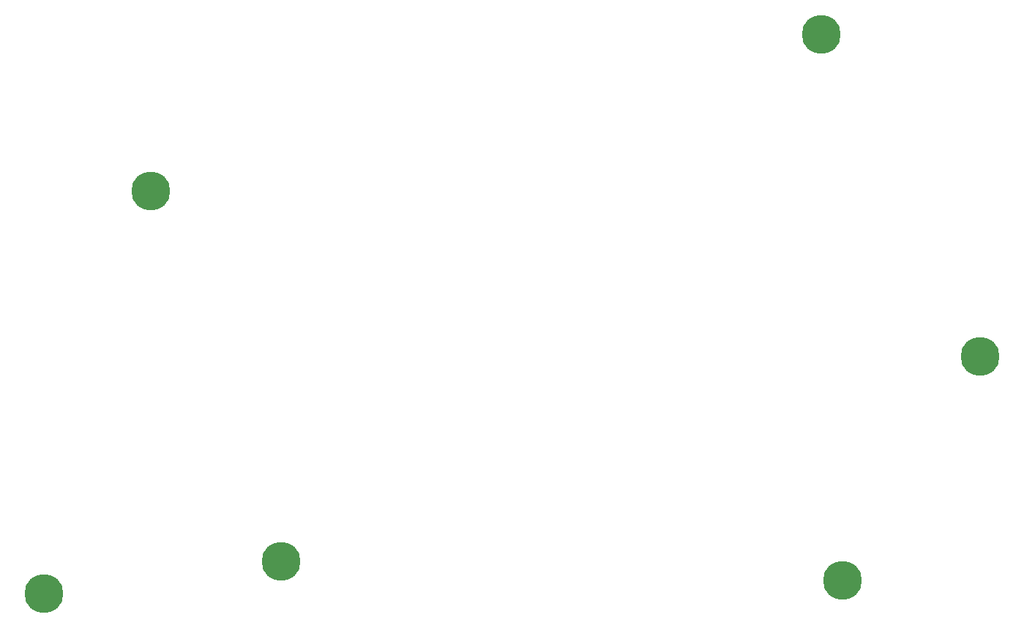
<source format=gtl>
%TF.GenerationSoftware,KiCad,Pcbnew,(6.0.5)*%
%TF.CreationDate,2022-06-01T14:16:37+01:00*%
%TF.ProjectId,Project Fauxbow - Bottom Pl ate,50726f6a-6563-4742-9046-617578626f77,rev?*%
%TF.SameCoordinates,Original*%
%TF.FileFunction,Copper,L1,Top*%
%TF.FilePolarity,Positive*%
%FSLAX46Y46*%
G04 Gerber Fmt 4.6, Leading zero omitted, Abs format (unit mm)*
G04 Created by KiCad (PCBNEW (6.0.5)) date 2022-06-01 14:16:37*
%MOMM*%
%LPD*%
G01*
G04 APERTURE LIST*
%TA.AperFunction,ComponentPad*%
%ADD10C,4.500000*%
%TD*%
G04 APERTURE END LIST*
D10*
%TO.P,H5,1,1*%
%TO.N,unconnected-(H5-Pad1)*%
X206122207Y-85250691D03*
%TD*%
%TO.P,H6,1,1*%
%TO.N,unconnected-(H6-Pad1)*%
X97822207Y-112650691D03*
%TD*%
%TO.P,H3,1,1*%
%TO.N,unconnected-(H3-Pad1)*%
X125226875Y-108955359D03*
%TD*%
%TO.P,H1,1,1*%
%TO.N,unconnected-(H1-Pad1)*%
X110222207Y-66050691D03*
%TD*%
%TO.P,H4,1,1*%
%TO.N,unconnected-(H4-Pad1)*%
X190226875Y-111155359D03*
%TD*%
%TO.P,H2,1,1*%
%TO.N,unconnected-(H2-Pad1)*%
X187722207Y-47950691D03*
%TD*%
M02*

</source>
